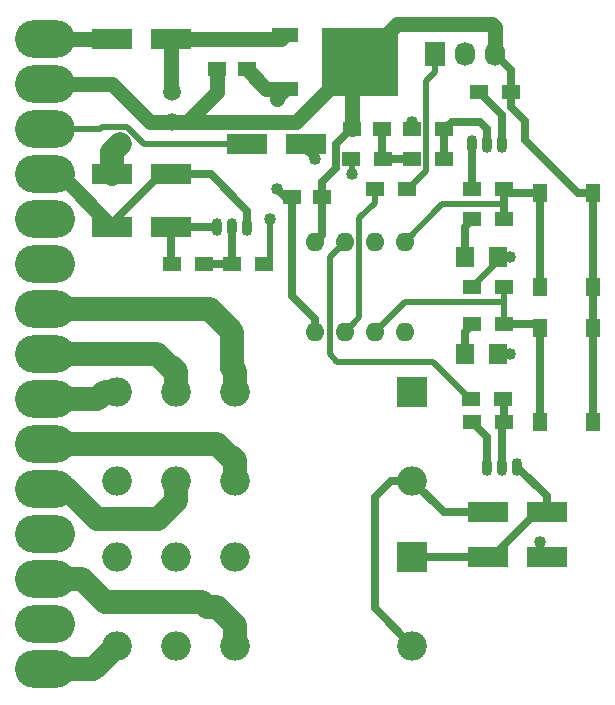
<source format=gtl>
G04 #@! TF.GenerationSoftware,KiCad,Pcbnew,(2017-08-02 revision 9760937)-master*
G04 #@! TF.CreationDate,2017-09-16T10:46:18-07:00*
G04 #@! TF.ProjectId,RCSMCtrl,5243534D4374726C2E6B696361645F70,NC*
G04 #@! TF.SameCoordinates,Original*
G04 #@! TF.FileFunction,Copper,L1,Top,Signal*
G04 #@! TF.FilePolarity,Positive*
%FSLAX46Y46*%
G04 Gerber Fmt 4.6, Leading zero omitted, Abs format (unit mm)*
G04 Created by KiCad (PCBNEW (2017-08-02 revision 9760937)-master) date Saturday, September 16, 2017 'AMt' 10:46:18 AM*
%MOMM*%
%LPD*%
G01*
G04 APERTURE LIST*
%ADD10R,2.500000X2.500000*%
%ADD11O,2.500000X2.500000*%
%ADD12O,5.080000X3.175000*%
%ADD13R,1.500000X1.250000*%
%ADD14C,1.501140*%
%ADD15R,3.500120X1.800860*%
%ADD16R,1.597660X1.800860*%
%ADD17O,1.600000X1.600000*%
%ADD18R,1.727200X2.032000*%
%ADD19O,1.727200X2.032000*%
%ADD20O,0.899160X1.501140*%
%ADD21R,1.500000X1.300000*%
%ADD22R,1.300000X1.550000*%
%ADD23R,3.050000X2.750000*%
%ADD24R,6.400000X5.800000*%
%ADD25R,2.200000X1.200000*%
%ADD26C,1.016000*%
%ADD27C,0.635000*%
%ADD28C,1.270000*%
%ADD29C,2.032000*%
%ADD30C,0.508000*%
G04 APERTURE END LIST*
D10*
X132080000Y-81280000D03*
D11*
X117080000Y-81280000D03*
X112080000Y-81280000D03*
X107080000Y-81280000D03*
X107080000Y-88780000D03*
X112080000Y-88780000D03*
X117080000Y-88780000D03*
X132080000Y-88780000D03*
D12*
X100965000Y-51435000D03*
X100965000Y-55245000D03*
X100965000Y-59055000D03*
X100965000Y-62865000D03*
X100965000Y-66675000D03*
X100965000Y-70485000D03*
X100965000Y-74295000D03*
X100965000Y-78105000D03*
X100965000Y-81915000D03*
X100965000Y-85725000D03*
X100965000Y-89535000D03*
X100965000Y-93345000D03*
X100965000Y-97155000D03*
X100965000Y-100965000D03*
X100965000Y-104775000D03*
D13*
X129520000Y-59055000D03*
X127020000Y-59055000D03*
D14*
X111760000Y-58420000D03*
X111760000Y-55880000D03*
D13*
X118090000Y-53975000D03*
X115590000Y-53975000D03*
X121940000Y-64770000D03*
X124440000Y-64770000D03*
D15*
X138470640Y-91440000D03*
X143469360Y-91440000D03*
X138470640Y-95250000D03*
X143469360Y-95250000D03*
X118110000Y-60325000D03*
X123108720Y-60325000D03*
X111678720Y-51435000D03*
X106680000Y-51435000D03*
D16*
X139364720Y-69850000D03*
X136525000Y-69850000D03*
X139364720Y-78105000D03*
X136525000Y-78105000D03*
D15*
X106680000Y-62865000D03*
X111678720Y-62865000D03*
X106680000Y-67310000D03*
X111678720Y-67310000D03*
D17*
X123825000Y-76200000D03*
X126365000Y-76200000D03*
X128905000Y-76200000D03*
X131445000Y-76200000D03*
X131445000Y-68580000D03*
X128905000Y-68580000D03*
X126365000Y-68580000D03*
X123825000Y-68580000D03*
D18*
X133985000Y-52705000D03*
D19*
X136525000Y-52705000D03*
X139065000Y-52705000D03*
D20*
X139700000Y-87630000D03*
X140970000Y-87630000D03*
X138430000Y-87630000D03*
X138430000Y-60325000D03*
X139700000Y-60325000D03*
X137160000Y-60325000D03*
X116840000Y-67310000D03*
X118110000Y-67310000D03*
X115570000Y-67310000D03*
D21*
X139860000Y-83820000D03*
X137160000Y-83820000D03*
X129620000Y-61595000D03*
X126920000Y-61595000D03*
X137080000Y-81915000D03*
X139780000Y-81915000D03*
X134780000Y-61595000D03*
X132080000Y-61595000D03*
X132080000Y-59055000D03*
X134780000Y-59055000D03*
X140415000Y-55880000D03*
X137715000Y-55880000D03*
X137160000Y-64135000D03*
X139860000Y-64135000D03*
X137160000Y-66675000D03*
X139860000Y-66675000D03*
X137160000Y-72390000D03*
X139860000Y-72390000D03*
X137160000Y-75565000D03*
X139860000Y-75565000D03*
X131605000Y-64135000D03*
X128905000Y-64135000D03*
X114460000Y-70485000D03*
X111760000Y-70485000D03*
X119540000Y-70485000D03*
X116840000Y-70485000D03*
D22*
X147375000Y-72390000D03*
X142875000Y-72390000D03*
X142875000Y-64440000D03*
X147375000Y-64440000D03*
X147375000Y-83820000D03*
X142875000Y-83820000D03*
X142875000Y-75870000D03*
X147375000Y-75870000D03*
D11*
X132080000Y-102750000D03*
X117080000Y-102750000D03*
X112080000Y-102750000D03*
X107080000Y-102750000D03*
X107080000Y-95250000D03*
X112080000Y-95250000D03*
X117080000Y-95250000D03*
D10*
X132080000Y-95250000D03*
D23*
X125960000Y-54865000D03*
X129310000Y-51815000D03*
X125960000Y-51815000D03*
X129310000Y-54865000D03*
D24*
X127635000Y-53340000D03*
D25*
X121335000Y-55620000D03*
X121335000Y-51060000D03*
D26*
X142875000Y-93980000D03*
X107315000Y-60325000D03*
X140335000Y-69850000D03*
X140335000Y-78105000D03*
X120650000Y-64135000D03*
X132080000Y-58420000D03*
X120650000Y-56515000D03*
X127000000Y-62865000D03*
X123825000Y-61595000D03*
X120015000Y-66675000D03*
D27*
X129620000Y-61595000D02*
X132080000Y-61595000D01*
X129520000Y-59055000D02*
X129520000Y-61495000D01*
X129520000Y-61495000D02*
X129620000Y-61595000D01*
X141605000Y-59955000D02*
X141605000Y-58355000D01*
X141605000Y-58355000D02*
X140415000Y-57165000D01*
X140415000Y-57165000D02*
X140415000Y-55880000D01*
X147375000Y-64440000D02*
X146090000Y-64440000D01*
X146090000Y-64440000D02*
X141605000Y-59955000D01*
D28*
X139065000Y-52705000D02*
X139065000Y-50419000D01*
X139065000Y-50419000D02*
X138811000Y-50165000D01*
X138811000Y-50165000D02*
X130810000Y-50165000D01*
X130810000Y-50165000D02*
X127635000Y-53340000D01*
X127935000Y-53340000D02*
X127635000Y-53340000D01*
X112821466Y-58420000D02*
X111760000Y-58420000D01*
X122255000Y-58420000D02*
X112821466Y-58420000D01*
X127335000Y-53340000D02*
X122255000Y-58420000D01*
X127635000Y-53340000D02*
X127335000Y-53340000D01*
D27*
X127020000Y-59055000D02*
X126895000Y-59055000D01*
X125635000Y-62315000D02*
X124440000Y-63510000D01*
X126895000Y-59055000D02*
X125635000Y-60315000D01*
X125635000Y-60315000D02*
X125635000Y-62315000D01*
X124440000Y-63510000D02*
X124440000Y-64770000D01*
X142875000Y-93980000D02*
X142875000Y-94655640D01*
X142875000Y-94655640D02*
X143469360Y-95250000D01*
X138430000Y-87630000D02*
X138430000Y-85090000D01*
X138430000Y-85090000D02*
X137160000Y-83820000D01*
X147375000Y-75870000D02*
X147375000Y-83820000D01*
X147375000Y-72390000D02*
X147375000Y-75870000D01*
X147375000Y-64440000D02*
X147375000Y-72390000D01*
X140415000Y-55880000D02*
X140415000Y-54055000D01*
X140415000Y-54055000D02*
X139065000Y-52705000D01*
X124440000Y-64770000D02*
X124440000Y-67965000D01*
X124440000Y-67965000D02*
X123825000Y-68580000D01*
X115570000Y-67310000D02*
X111678720Y-67310000D01*
X111678720Y-67310000D02*
X111678720Y-70403720D01*
X111678720Y-70403720D02*
X111760000Y-70485000D01*
D28*
X127020000Y-59055000D02*
X127020000Y-53955000D01*
X127020000Y-53955000D02*
X127635000Y-53340000D01*
X109855000Y-58420000D02*
X111760000Y-58420000D01*
X106680000Y-55245000D02*
X109855000Y-58420000D01*
X100965000Y-55245000D02*
X106680000Y-55245000D01*
X115590000Y-53975000D02*
X115590000Y-55870000D01*
X115590000Y-55870000D02*
X113040000Y-58420000D01*
X113040000Y-58420000D02*
X111760000Y-58420000D01*
X131960000Y-88900000D02*
X132080000Y-88780000D01*
D29*
X106680000Y-62865000D02*
X106680000Y-60960000D01*
X106680000Y-60960000D02*
X107315000Y-60325000D01*
D27*
X132080000Y-88780000D02*
X130312234Y-88780000D01*
X130312234Y-88780000D02*
X128905000Y-90187234D01*
X128905000Y-90187234D02*
X128905000Y-99575000D01*
X128905000Y-99575000D02*
X132080000Y-102750000D01*
X138470640Y-91440000D02*
X134740000Y-91440000D01*
X134740000Y-91440000D02*
X132080000Y-88780000D01*
D28*
X111678720Y-51435000D02*
X120960000Y-51435000D01*
X120960000Y-51435000D02*
X121335000Y-51060000D01*
X111678720Y-51435000D02*
X111678720Y-55798720D01*
X111678720Y-55798720D02*
X111760000Y-55880000D01*
D27*
X140335000Y-69850000D02*
X139364720Y-69850000D01*
X139364720Y-78105000D02*
X140335000Y-78105000D01*
X121940000Y-64770000D02*
X121285000Y-64770000D01*
X121285000Y-64770000D02*
X120650000Y-64135000D01*
X132080000Y-59055000D02*
X132080000Y-58420000D01*
D28*
X120650000Y-56515000D02*
X120650000Y-56305000D01*
X120650000Y-56305000D02*
X121335000Y-55620000D01*
D30*
X139364720Y-69850000D02*
X139364720Y-70185280D01*
X139364720Y-70185280D02*
X137160000Y-72390000D01*
D27*
X137160000Y-64135000D02*
X137160000Y-60325000D01*
X123825000Y-76200000D02*
X123825000Y-75068630D01*
X123825000Y-75068630D02*
X121940000Y-73183630D01*
X121940000Y-73183630D02*
X121940000Y-66030000D01*
X121940000Y-66030000D02*
X121940000Y-64770000D01*
D28*
X121335000Y-55620000D02*
X119735000Y-55620000D01*
X119735000Y-55620000D02*
X118090000Y-53975000D01*
D27*
X138470640Y-95250000D02*
X132080000Y-95250000D01*
X143469360Y-91440000D02*
X142619730Y-91440000D01*
X142619730Y-91440000D02*
X138809730Y-95250000D01*
X138809730Y-95250000D02*
X138470640Y-95250000D01*
X143469360Y-91440000D02*
X143469360Y-90129360D01*
X143469360Y-90129360D02*
X140970000Y-87630000D01*
D30*
X105844991Y-58854991D02*
X105644982Y-59055000D01*
X105644982Y-59055000D02*
X100965000Y-59055000D01*
X118110000Y-60325000D02*
X109393908Y-60325000D01*
X109393908Y-60325000D02*
X107923899Y-58854991D01*
X107923899Y-58854991D02*
X105844991Y-58854991D01*
X127000000Y-62865000D02*
X127000000Y-61675000D01*
X127000000Y-61675000D02*
X126920000Y-61595000D01*
X123108720Y-60325000D02*
X123108720Y-60878720D01*
X123108720Y-60878720D02*
X123825000Y-61595000D01*
D28*
X100965000Y-51435000D02*
X106680000Y-51435000D01*
D27*
X136525000Y-69850000D02*
X136525000Y-67310000D01*
X136525000Y-67310000D02*
X137160000Y-66675000D01*
X136525000Y-78105000D02*
X136525000Y-76200000D01*
X136525000Y-76200000D02*
X137160000Y-75565000D01*
X111678720Y-62865000D02*
X110829090Y-62865000D01*
X110829090Y-62865000D02*
X106680000Y-67014090D01*
X106680000Y-67014090D02*
X106680000Y-67310000D01*
X118110000Y-67310000D02*
X118110000Y-65924430D01*
X118110000Y-65924430D02*
X115050570Y-62865000D01*
X115050570Y-62865000D02*
X114063780Y-62865000D01*
X114063780Y-62865000D02*
X111678720Y-62865000D01*
D28*
X106680000Y-67310000D02*
X102235000Y-62865000D01*
X102235000Y-62865000D02*
X100965000Y-62865000D01*
D30*
X128905000Y-64135000D02*
X128905000Y-65293000D01*
X128905000Y-65293000D02*
X127619001Y-66578999D01*
X127619001Y-66578999D02*
X127619001Y-74945999D01*
X127619001Y-74945999D02*
X127164999Y-75400001D01*
X127164999Y-75400001D02*
X126365000Y-76200000D01*
X139860000Y-75565000D02*
X139860000Y-73660000D01*
X139860000Y-73660000D02*
X139860000Y-72390000D01*
X128905000Y-76200000D02*
X131445000Y-73660000D01*
X131445000Y-73660000D02*
X139860000Y-73660000D01*
D27*
X139860000Y-75565000D02*
X142570000Y-75565000D01*
X142570000Y-75565000D02*
X142875000Y-75870000D01*
X142875000Y-83820000D02*
X142875000Y-82410000D01*
X142875000Y-82410000D02*
X142875000Y-75870000D01*
X139700000Y-60325000D02*
X139700000Y-57865000D01*
X139700000Y-57865000D02*
X137715000Y-55880000D01*
X139860000Y-65405000D02*
X139860000Y-64135000D01*
X139860000Y-66675000D02*
X139860000Y-65405000D01*
D30*
X139860000Y-65405000D02*
X134620000Y-65405000D01*
X134620000Y-65405000D02*
X131445000Y-68580000D01*
D27*
X142875000Y-64440000D02*
X140165000Y-64440000D01*
X140165000Y-64440000D02*
X139860000Y-64135000D01*
X142875000Y-72390000D02*
X142875000Y-64440000D01*
D30*
X120015000Y-66675000D02*
X120015000Y-70010000D01*
X120015000Y-70010000D02*
X119540000Y-70485000D01*
X125095000Y-78105000D02*
X125095000Y-69850000D01*
X125095000Y-69850000D02*
X126365000Y-68580000D01*
X125730000Y-78740000D02*
X125095000Y-78105000D01*
X133805000Y-78740000D02*
X125730000Y-78740000D01*
X137080000Y-81915000D02*
X136980000Y-81915000D01*
X136980000Y-81915000D02*
X133805000Y-78740000D01*
D29*
X107080000Y-102750000D02*
X105055000Y-104775000D01*
X105055000Y-104775000D02*
X100965000Y-104775000D01*
D30*
X133985000Y-52705000D02*
X133985000Y-54229000D01*
X133985000Y-54229000D02*
X133284001Y-54929999D01*
X133284001Y-54929999D02*
X133284001Y-62555999D01*
X133284001Y-62555999D02*
X131705000Y-64135000D01*
X131705000Y-64135000D02*
X131605000Y-64135000D01*
D27*
X139860000Y-83820000D02*
X139860000Y-81995000D01*
X139860000Y-81995000D02*
X139780000Y-81915000D01*
X139700000Y-87630000D02*
X139700000Y-83980000D01*
X139700000Y-83980000D02*
X139860000Y-83820000D01*
X138430000Y-60325000D02*
X138430000Y-59055000D01*
X138430000Y-59055000D02*
X137795000Y-58420000D01*
X137795000Y-58420000D02*
X135415000Y-58420000D01*
X135415000Y-58420000D02*
X134780000Y-59055000D01*
X134780000Y-61595000D02*
X134780000Y-59055000D01*
X116840000Y-70485000D02*
X114460000Y-70485000D01*
X116840000Y-67310000D02*
X116840000Y-70485000D01*
D29*
X116840000Y-76200000D02*
X114935000Y-74295000D01*
X114935000Y-74295000D02*
X100965000Y-74295000D01*
X116840000Y-79272234D02*
X116840000Y-76200000D01*
X117080000Y-81280000D02*
X117080000Y-79512234D01*
X117080000Y-79512234D02*
X116840000Y-79272234D01*
X105410000Y-81915000D02*
X100965000Y-81915000D01*
X106045000Y-81280000D02*
X105410000Y-81915000D01*
X107080000Y-81280000D02*
X106045000Y-81280000D01*
X112080000Y-88780000D02*
X112080000Y-90547766D01*
X105410000Y-92075000D02*
X102870000Y-89535000D01*
X112080000Y-90547766D02*
X110552766Y-92075000D01*
X110552766Y-92075000D02*
X105410000Y-92075000D01*
X102870000Y-89535000D02*
X100965000Y-89535000D01*
X116617234Y-86772234D02*
X115570000Y-85725000D01*
X115570000Y-85725000D02*
X100965000Y-85725000D01*
X116840000Y-86772234D02*
X116617234Y-86772234D01*
X117080000Y-88780000D02*
X117080000Y-87012234D01*
X117080000Y-87012234D02*
X116840000Y-86772234D01*
X106045000Y-99060000D02*
X104140000Y-97155000D01*
X104140000Y-97155000D02*
X100965000Y-97155000D01*
X114300000Y-99060000D02*
X106045000Y-99060000D01*
X114712234Y-99472234D02*
X114300000Y-99060000D01*
X115570000Y-99472234D02*
X114712234Y-99472234D01*
X115570000Y-99472234D02*
X117080000Y-100982234D01*
X117080000Y-100982234D02*
X117080000Y-102750000D01*
X111577234Y-79192234D02*
X110490000Y-78105000D01*
X110490000Y-78105000D02*
X100965000Y-78105000D01*
X111760000Y-79192234D02*
X111577234Y-79192234D01*
X112080000Y-81280000D02*
X112080000Y-79512234D01*
X112080000Y-79512234D02*
X111760000Y-79192234D01*
M02*

</source>
